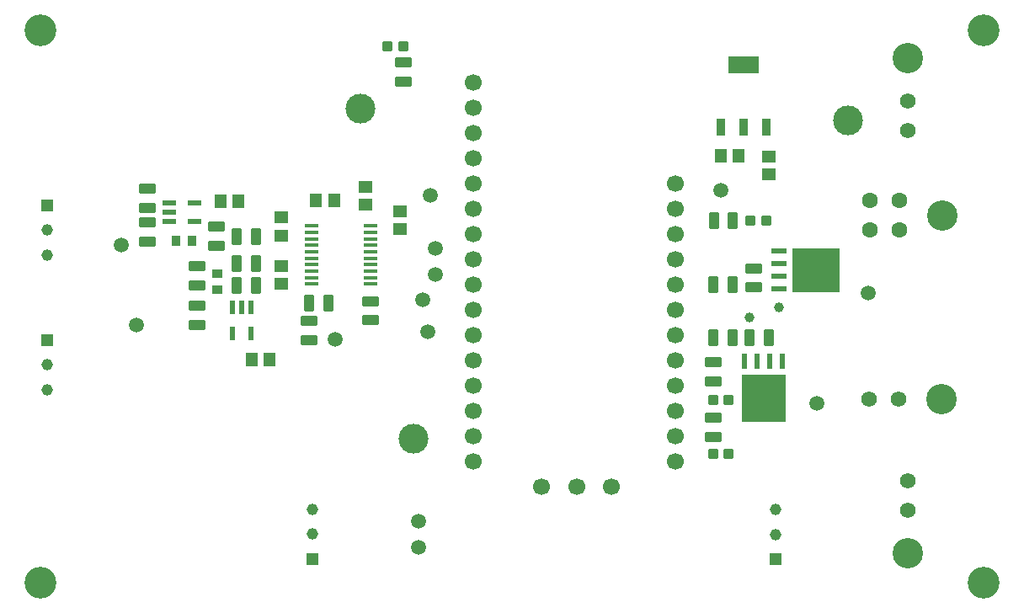
<source format=gbr>
%TF.GenerationSoftware,KiCad,Pcbnew,8.0.6*%
%TF.CreationDate,2025-01-29T18:48:29-08:00*%
%TF.ProjectId,SMV H and S Board,534d5620-4820-4616-9e64-205320426f61,rev?*%
%TF.SameCoordinates,Original*%
%TF.FileFunction,Soldermask,Top*%
%TF.FilePolarity,Negative*%
%FSLAX46Y46*%
G04 Gerber Fmt 4.6, Leading zero omitted, Abs format (unit mm)*
G04 Created by KiCad (PCBNEW 8.0.6) date 2025-01-29 18:48:29*
%MOMM*%
%LPD*%
G01*
G04 APERTURE LIST*
G04 Aperture macros list*
%AMRoundRect*
0 Rectangle with rounded corners*
0 $1 Rounding radius*
0 $2 $3 $4 $5 $6 $7 $8 $9 X,Y pos of 4 corners*
0 Add a 4 corners polygon primitive as box body*
4,1,4,$2,$3,$4,$5,$6,$7,$8,$9,$2,$3,0*
0 Add four circle primitives for the rounded corners*
1,1,$1+$1,$2,$3*
1,1,$1+$1,$4,$5*
1,1,$1+$1,$6,$7*
1,1,$1+$1,$8,$9*
0 Add four rect primitives between the rounded corners*
20,1,$1+$1,$2,$3,$4,$5,0*
20,1,$1+$1,$4,$5,$6,$7,0*
20,1,$1+$1,$6,$7,$8,$9,0*
20,1,$1+$1,$8,$9,$2,$3,0*%
G04 Aperture macros list end*
%ADD10C,1.000000*%
%ADD11R,1.150000X1.450000*%
%ADD12RoundRect,0.102000X0.710000X-0.445000X0.710000X0.445000X-0.710000X0.445000X-0.710000X-0.445000X0*%
%ADD13RoundRect,0.102000X-0.445000X-0.710000X0.445000X-0.710000X0.445000X0.710000X-0.445000X0.710000X0*%
%ADD14R,0.558800X1.549400*%
%ADD15R,4.470400X4.800600*%
%ADD16C,1.500000*%
%ADD17R,0.990600X0.914400*%
%ADD18R,1.450000X1.150000*%
%ADD19C,3.200000*%
%ADD20C,1.700000*%
%ADD21C,3.000000*%
%ADD22RoundRect,0.102000X-0.710000X0.445000X-0.710000X-0.445000X0.710000X-0.445000X0.710000X0.445000X0*%
%ADD23RoundRect,0.102000X0.445000X0.710000X-0.445000X0.710000X-0.445000X-0.710000X0.445000X-0.710000X0*%
%ADD24RoundRect,0.102000X-0.400000X-0.400000X0.400000X-0.400000X0.400000X0.400000X-0.400000X0.400000X0*%
%ADD25R,1.150000X1.150000*%
%ADD26C,1.150000*%
%ADD27R,1.320800X0.508000*%
%ADD28R,0.508000X1.320800*%
%ADD29C,3.048000*%
%ADD30C,1.574800*%
%ADD31R,1.549400X0.558800*%
%ADD32R,4.800600X4.470400*%
%ADD33RoundRect,0.102000X0.400000X0.400000X-0.400000X0.400000X-0.400000X-0.400000X0.400000X-0.400000X0*%
%ADD34R,0.914400X0.990600*%
%ADD35C,3.050000*%
%ADD36C,1.605000*%
%ADD37R,1.409700X0.355600*%
%ADD38R,0.889000X1.765300*%
%ADD39R,3.149600X1.765300*%
G04 APERTURE END LIST*
D10*
%TO.C,G2*%
X167550000Y-54775000D03*
%TD*%
D11*
%TO.C,C4*%
X124002750Y-43000000D03*
X125802750Y-43000000D03*
%TD*%
D12*
%TO.C,R10*%
X112002750Y-51545001D03*
X112002750Y-49605001D03*
%TD*%
D13*
%TO.C,R15*%
X163910000Y-51500000D03*
X165850000Y-51500000D03*
%TD*%
D14*
%TO.C,Q2*%
X170905000Y-59200000D03*
X169635000Y-59200000D03*
X168365000Y-59200000D03*
X167095000Y-59200000D03*
D15*
X169000000Y-62933800D03*
%TD*%
D16*
%TO.C,D2*%
X174350000Y-63375000D03*
%TD*%
D17*
%TO.C,C11*%
X114100000Y-50399900D03*
X114100000Y-52000100D03*
%TD*%
D16*
%TO.C,MOSI*%
X136000000Y-47800000D03*
%TD*%
D18*
%TO.C,C2*%
X120502750Y-44725002D03*
X120502750Y-46525002D03*
%TD*%
D19*
%TO.C,REF\u002A\u002A*%
X96275000Y-81425000D03*
%TD*%
D20*
%TO.C,RP1*%
X160160000Y-41340000D03*
X160160000Y-43880000D03*
X160160000Y-46420000D03*
X160160000Y-48960000D03*
X160160000Y-51500000D03*
X160160000Y-54040000D03*
X160160000Y-56580000D03*
X160160000Y-59120000D03*
X160160000Y-61660000D03*
X160160000Y-64200000D03*
X160160000Y-66740000D03*
X160160000Y-69280000D03*
X139776500Y-69280000D03*
X139776500Y-66740000D03*
X139776500Y-64200000D03*
X139776500Y-61660000D03*
X139776500Y-59120000D03*
X139776500Y-56580000D03*
X139776500Y-54040000D03*
X139776500Y-51500000D03*
X139776500Y-48960000D03*
X139776500Y-46420000D03*
X139776500Y-43880000D03*
X139776500Y-41340000D03*
X139776500Y-38800000D03*
X139776500Y-36260000D03*
X139776500Y-33720000D03*
X139776500Y-31180000D03*
X153690500Y-71820000D03*
X150190500Y-71820000D03*
X146690500Y-71820000D03*
%TD*%
D10*
%TO.C,G1*%
X170500000Y-53750000D03*
%TD*%
D21*
%TO.C,TP1*%
X177500000Y-35000000D03*
%TD*%
D12*
%TO.C,R8*%
X112002750Y-55545001D03*
X112002750Y-53605001D03*
%TD*%
D22*
%TO.C,R7*%
X129500000Y-53130000D03*
X129500000Y-55070000D03*
%TD*%
D18*
%TO.C,C9*%
X129002750Y-43425002D03*
X129002750Y-41625002D03*
%TD*%
D22*
%TO.C,R9*%
X132800000Y-29130000D03*
X132800000Y-31070000D03*
%TD*%
D23*
%TO.C,R18*%
X169500000Y-56800000D03*
X167560000Y-56800000D03*
%TD*%
D18*
%TO.C,C3*%
X120502750Y-49575001D03*
X120502750Y-51375001D03*
%TD*%
D16*
%TO.C,TP5*%
X164700000Y-42000000D03*
%TD*%
D24*
%TO.C,D2*%
X131200000Y-27500000D03*
X132800000Y-27500000D03*
%TD*%
D12*
%TO.C,R5*%
X114002750Y-47545001D03*
X114002750Y-45605001D03*
%TD*%
D13*
%TO.C,R16*%
X163910000Y-56800000D03*
X165850000Y-56800000D03*
%TD*%
D12*
%TO.C,R3*%
X123300000Y-57070000D03*
X123300000Y-55130000D03*
%TD*%
D25*
%TO.C,Brake Pedal*%
X96950002Y-43504010D03*
D26*
X96950002Y-46004010D03*
X96950002Y-48504010D03*
%TD*%
D16*
%TO.C,H1*%
X105972749Y-55525002D03*
%TD*%
D12*
%TO.C,R17*%
X168000000Y-51770000D03*
X168000000Y-49830000D03*
%TD*%
D16*
%TO.C,Test*%
X125900000Y-57000000D03*
%TD*%
%TO.C,H2*%
X104402750Y-47525002D03*
%TD*%
D27*
%TO.C,U3*%
X109207551Y-43225001D03*
X109207551Y-44175002D03*
X109207551Y-45125003D03*
X111797949Y-45125003D03*
X111797949Y-43225001D03*
%TD*%
D16*
%TO.C,CAN_N1*%
X134327253Y-75295990D03*
%TD*%
D25*
%TO.C,CAN*%
X170200000Y-79100000D03*
D26*
X170200000Y-76600000D03*
X170200000Y-74100000D03*
%TD*%
D25*
%TO.C,Gas Pedal*%
X96972749Y-57025002D03*
D26*
X96972749Y-59525002D03*
X96972749Y-62025002D03*
%TD*%
D16*
%TO.C,CAN_P1*%
X134327253Y-77870990D03*
%TD*%
%TO.C,CS*%
X135200000Y-56200000D03*
%TD*%
D19*
%TO.C,REF\u002A\u002A*%
X96275000Y-25900000D03*
%TD*%
D28*
%TO.C,U4*%
X117452751Y-53779802D03*
X116502750Y-53779802D03*
X115552749Y-53779802D03*
X115552749Y-56370200D03*
X117452751Y-56370200D03*
%TD*%
D13*
%TO.C,R19*%
X116032750Y-51575001D03*
X117972750Y-51575001D03*
%TD*%
D23*
%TO.C,R2*%
X117972750Y-49375002D03*
X116032750Y-49375002D03*
%TD*%
D12*
%TO.C,R14*%
X163900000Y-61220000D03*
X163900000Y-59280000D03*
%TD*%
D29*
%TO.C,Horn*%
X186900000Y-63000000D03*
D30*
X182579998Y-63000000D03*
X179579999Y-63000000D03*
%TD*%
D31*
%TO.C,Q1*%
X170500000Y-48090000D03*
X170500000Y-49360000D03*
X170500000Y-50630000D03*
X170500000Y-51900000D03*
D32*
X174233800Y-49995000D03*
%TD*%
D21*
%TO.C,3.3V*%
X128500000Y-33775000D03*
%TD*%
D33*
%TO.C,D3*%
X165500000Y-68500000D03*
X163900000Y-68500000D03*
%TD*%
D34*
%TO.C,C6*%
X109899800Y-47075001D03*
X111500000Y-47075001D03*
%TD*%
D13*
%TO.C,R4*%
X123330000Y-53300000D03*
X125270000Y-53300000D03*
%TD*%
D18*
%TO.C,C5*%
X169500000Y-40400000D03*
X169500000Y-38600000D03*
%TD*%
D11*
%TO.C,C10*%
X117500000Y-59000000D03*
X119300000Y-59000000D03*
%TD*%
D33*
%TO.C,D4*%
X165500000Y-63100000D03*
X163900000Y-63100000D03*
%TD*%
D23*
%TO.C,R1*%
X117972750Y-46625001D03*
X116032750Y-46625001D03*
%TD*%
D12*
%TO.C,R12*%
X163900000Y-66770000D03*
X163900000Y-64830000D03*
%TD*%
D35*
%TO.C,Wipers*%
X187000000Y-44500000D03*
D36*
X182680000Y-43000000D03*
X182680000Y-46000000D03*
X179680000Y-43000000D03*
X179680000Y-46000000D03*
%TD*%
D18*
%TO.C,C8*%
X132402750Y-45925002D03*
X132402750Y-44125002D03*
%TD*%
D11*
%TO.C,C1*%
X114400000Y-43075001D03*
X116200000Y-43075001D03*
%TD*%
D16*
%TO.C,MISO*%
X136000000Y-50500000D03*
%TD*%
D19*
%TO.C,REF\u002A\u002A*%
X191125000Y-25875000D03*
%TD*%
D37*
%TO.C,U1*%
X123547250Y-45575000D03*
X123547250Y-46225001D03*
X123547250Y-46874999D03*
X123547250Y-47525001D03*
X123547250Y-48174999D03*
X123547250Y-48824998D03*
X123547250Y-49474999D03*
X123547250Y-50124998D03*
X123547250Y-50774999D03*
X123547250Y-51424998D03*
X129452750Y-51425000D03*
X129452750Y-50775002D03*
X129452750Y-50125001D03*
X129452750Y-49475002D03*
X129452750Y-48825001D03*
X129452750Y-48175002D03*
X129452750Y-47525001D03*
X129452750Y-46875002D03*
X129452750Y-46225001D03*
X129452750Y-45575002D03*
%TD*%
D33*
%TO.C,D1*%
X169300000Y-45000000D03*
X167700000Y-45000000D03*
%TD*%
D38*
%TO.C,U2*%
X164688600Y-35617850D03*
X167000000Y-35617850D03*
X169311400Y-35617850D03*
D39*
X167000000Y-29382150D03*
%TD*%
D29*
%TO.C,Power*%
X183500000Y-28669299D03*
D30*
X183500000Y-32989301D03*
X183500000Y-35989300D03*
%TD*%
D21*
%TO.C,GND*%
X133825000Y-66950000D03*
%TD*%
D25*
%TO.C,CAN*%
X123649999Y-79070990D03*
D26*
X123649999Y-76570990D03*
X123649999Y-74070990D03*
%TD*%
D23*
%TO.C,R6*%
X165920000Y-45000000D03*
X163980000Y-45000000D03*
%TD*%
D11*
%TO.C,C7*%
X164700000Y-38500000D03*
X166500000Y-38500000D03*
%TD*%
D16*
%TO.C,SCLK*%
X134750000Y-53000000D03*
%TD*%
%TO.C,CLKIN*%
X135500000Y-42500000D03*
%TD*%
D12*
%TO.C,R13*%
X107002750Y-43795001D03*
X107002750Y-41855001D03*
%TD*%
D22*
%TO.C,R11*%
X107002750Y-45205001D03*
X107002750Y-47145001D03*
%TD*%
D19*
%TO.C,REF\u002A\u002A*%
X191125000Y-81425000D03*
%TD*%
D16*
%TO.C,D1*%
X179500000Y-52300000D03*
%TD*%
D29*
%TO.C,Power*%
X183500000Y-78500000D03*
D30*
X183500000Y-74179998D03*
X183500000Y-71179999D03*
%TD*%
M02*

</source>
